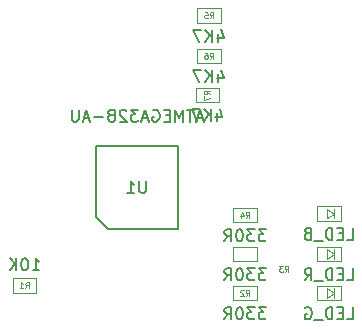
<source format=gbr>
G04 #@! TF.FileFunction,Other,Fab,Bot*
%FSLAX46Y46*%
G04 Gerber Fmt 4.6, Leading zero omitted, Abs format (unit mm)*
G04 Created by KiCad (PCBNEW 4.0.7) date Fri Feb  9 23:36:38 2018*
%MOMM*%
%LPD*%
G01*
G04 APERTURE LIST*
%ADD10C,0.150000*%
%ADD11C,0.100000*%
%ADD12C,0.075000*%
G04 APERTURE END LIST*
D10*
D11*
X121558000Y-55353000D02*
X121558000Y-56153000D01*
X121558000Y-55753000D02*
X120958000Y-55353000D01*
X120958000Y-56153000D02*
X121558000Y-55753000D01*
X120958000Y-55353000D02*
X120958000Y-56153000D01*
X122158000Y-56373000D02*
X122158000Y-55133000D01*
X120158000Y-56373000D02*
X122158000Y-56373000D01*
X120158000Y-55133000D02*
X120158000Y-56373000D01*
X122158000Y-55133000D02*
X120158000Y-55133000D01*
X121558000Y-58782000D02*
X121558000Y-59582000D01*
X121558000Y-59182000D02*
X120958000Y-58782000D01*
X120958000Y-59582000D02*
X121558000Y-59182000D01*
X120958000Y-58782000D02*
X120958000Y-59582000D01*
X122158000Y-59802000D02*
X122158000Y-58562000D01*
X120158000Y-59802000D02*
X122158000Y-59802000D01*
X120158000Y-58562000D02*
X120158000Y-59802000D01*
X122158000Y-58562000D02*
X120158000Y-58562000D01*
X121558000Y-62084000D02*
X121558000Y-62884000D01*
X121558000Y-62484000D02*
X120958000Y-62084000D01*
X120958000Y-62884000D02*
X121558000Y-62484000D01*
X120958000Y-62084000D02*
X120958000Y-62884000D01*
X122158000Y-63104000D02*
X122158000Y-61864000D01*
X120158000Y-63104000D02*
X122158000Y-63104000D01*
X120158000Y-61864000D02*
X120158000Y-63104000D01*
X122158000Y-61864000D02*
X120158000Y-61864000D01*
X94377000Y-61229000D02*
X94377000Y-62469000D01*
X96377000Y-61229000D02*
X94377000Y-61229000D01*
X96377000Y-62469000D02*
X96377000Y-61229000D01*
X94377000Y-62469000D02*
X96377000Y-62469000D01*
X115046000Y-63104000D02*
X115046000Y-61864000D01*
X113046000Y-63104000D02*
X115046000Y-63104000D01*
X113046000Y-61864000D02*
X113046000Y-63104000D01*
X115046000Y-61864000D02*
X113046000Y-61864000D01*
X115046000Y-59802000D02*
X115046000Y-58562000D01*
X113046000Y-59802000D02*
X115046000Y-59802000D01*
X113046000Y-58562000D02*
X113046000Y-59802000D01*
X115046000Y-58562000D02*
X113046000Y-58562000D01*
X115046000Y-56500000D02*
X115046000Y-55260000D01*
X113046000Y-56500000D02*
X115046000Y-56500000D01*
X113046000Y-55260000D02*
X113046000Y-56500000D01*
X115046000Y-55260000D02*
X113046000Y-55260000D01*
X111998000Y-39609000D02*
X111998000Y-38369000D01*
X109998000Y-39609000D02*
X111998000Y-39609000D01*
X109998000Y-38369000D02*
X109998000Y-39609000D01*
X111998000Y-38369000D02*
X109998000Y-38369000D01*
X111998000Y-43038000D02*
X111998000Y-41798000D01*
X109998000Y-43038000D02*
X111998000Y-43038000D01*
X109998000Y-41798000D02*
X109998000Y-43038000D01*
X111998000Y-41798000D02*
X109998000Y-41798000D01*
X111871000Y-46340000D02*
X111871000Y-45100000D01*
X109871000Y-46340000D02*
X111871000Y-46340000D01*
X109871000Y-45100000D02*
X109871000Y-46340000D01*
X111871000Y-45100000D02*
X109871000Y-45100000D01*
D10*
X102413905Y-57057000D02*
X108413905Y-57057000D01*
X108413905Y-57057000D02*
X108413905Y-50057000D01*
X108413905Y-50057000D02*
X101413905Y-50057000D01*
X101413905Y-50057000D02*
X101413905Y-56057000D01*
X101413905Y-56057000D02*
X102413905Y-57057000D01*
X122681809Y-57955381D02*
X123158000Y-57955381D01*
X123158000Y-56955381D01*
X122348476Y-57431571D02*
X122015142Y-57431571D01*
X121872285Y-57955381D02*
X122348476Y-57955381D01*
X122348476Y-56955381D01*
X121872285Y-56955381D01*
X121443714Y-57955381D02*
X121443714Y-56955381D01*
X121205619Y-56955381D01*
X121062761Y-57003000D01*
X120967523Y-57098238D01*
X120919904Y-57193476D01*
X120872285Y-57383952D01*
X120872285Y-57526810D01*
X120919904Y-57717286D01*
X120967523Y-57812524D01*
X121062761Y-57907762D01*
X121205619Y-57955381D01*
X121443714Y-57955381D01*
X120681809Y-58050619D02*
X119919904Y-58050619D01*
X119348475Y-57431571D02*
X119205618Y-57479190D01*
X119157999Y-57526810D01*
X119110380Y-57622048D01*
X119110380Y-57764905D01*
X119157999Y-57860143D01*
X119205618Y-57907762D01*
X119300856Y-57955381D01*
X119681809Y-57955381D01*
X119681809Y-56955381D01*
X119348475Y-56955381D01*
X119253237Y-57003000D01*
X119205618Y-57050619D01*
X119157999Y-57145857D01*
X119157999Y-57241095D01*
X119205618Y-57336333D01*
X119253237Y-57383952D01*
X119348475Y-57431571D01*
X119681809Y-57431571D01*
X122681809Y-61384381D02*
X123158000Y-61384381D01*
X123158000Y-60384381D01*
X122348476Y-60860571D02*
X122015142Y-60860571D01*
X121872285Y-61384381D02*
X122348476Y-61384381D01*
X122348476Y-60384381D01*
X121872285Y-60384381D01*
X121443714Y-61384381D02*
X121443714Y-60384381D01*
X121205619Y-60384381D01*
X121062761Y-60432000D01*
X120967523Y-60527238D01*
X120919904Y-60622476D01*
X120872285Y-60812952D01*
X120872285Y-60955810D01*
X120919904Y-61146286D01*
X120967523Y-61241524D01*
X121062761Y-61336762D01*
X121205619Y-61384381D01*
X121443714Y-61384381D01*
X120681809Y-61479619D02*
X119919904Y-61479619D01*
X119110380Y-61384381D02*
X119443714Y-60908190D01*
X119681809Y-61384381D02*
X119681809Y-60384381D01*
X119300856Y-60384381D01*
X119205618Y-60432000D01*
X119157999Y-60479619D01*
X119110380Y-60574857D01*
X119110380Y-60717714D01*
X119157999Y-60812952D01*
X119205618Y-60860571D01*
X119300856Y-60908190D01*
X119681809Y-60908190D01*
X122681809Y-64686381D02*
X123158000Y-64686381D01*
X123158000Y-63686381D01*
X122348476Y-64162571D02*
X122015142Y-64162571D01*
X121872285Y-64686381D02*
X122348476Y-64686381D01*
X122348476Y-63686381D01*
X121872285Y-63686381D01*
X121443714Y-64686381D02*
X121443714Y-63686381D01*
X121205619Y-63686381D01*
X121062761Y-63734000D01*
X120967523Y-63829238D01*
X120919904Y-63924476D01*
X120872285Y-64114952D01*
X120872285Y-64257810D01*
X120919904Y-64448286D01*
X120967523Y-64543524D01*
X121062761Y-64638762D01*
X121205619Y-64686381D01*
X121443714Y-64686381D01*
X120681809Y-64781619D02*
X119919904Y-64781619D01*
X119157999Y-63734000D02*
X119253237Y-63686381D01*
X119396094Y-63686381D01*
X119538952Y-63734000D01*
X119634190Y-63829238D01*
X119681809Y-63924476D01*
X119729428Y-64114952D01*
X119729428Y-64257810D01*
X119681809Y-64448286D01*
X119634190Y-64543524D01*
X119538952Y-64638762D01*
X119396094Y-64686381D01*
X119300856Y-64686381D01*
X119157999Y-64638762D01*
X119110380Y-64591143D01*
X119110380Y-64257810D01*
X119300856Y-64257810D01*
X96067476Y-60551381D02*
X96638905Y-60551381D01*
X96353191Y-60551381D02*
X96353191Y-59551381D01*
X96448429Y-59694238D01*
X96543667Y-59789476D01*
X96638905Y-59837095D01*
X95448429Y-59551381D02*
X95353190Y-59551381D01*
X95257952Y-59599000D01*
X95210333Y-59646619D01*
X95162714Y-59741857D01*
X95115095Y-59932333D01*
X95115095Y-60170429D01*
X95162714Y-60360905D01*
X95210333Y-60456143D01*
X95257952Y-60503762D01*
X95353190Y-60551381D01*
X95448429Y-60551381D01*
X95543667Y-60503762D01*
X95591286Y-60456143D01*
X95638905Y-60360905D01*
X95686524Y-60170429D01*
X95686524Y-59932333D01*
X95638905Y-59741857D01*
X95591286Y-59646619D01*
X95543667Y-59599000D01*
X95448429Y-59551381D01*
X94686524Y-60551381D02*
X94686524Y-59551381D01*
X94115095Y-60551381D02*
X94543667Y-59979952D01*
X94115095Y-59551381D02*
X94686524Y-60122810D01*
D12*
X95460333Y-62075190D02*
X95627000Y-61837095D01*
X95746047Y-62075190D02*
X95746047Y-61575190D01*
X95555571Y-61575190D01*
X95507952Y-61599000D01*
X95484143Y-61622810D01*
X95460333Y-61670429D01*
X95460333Y-61741857D01*
X95484143Y-61789476D01*
X95507952Y-61813286D01*
X95555571Y-61837095D01*
X95746047Y-61837095D01*
X94984143Y-62075190D02*
X95269857Y-62075190D01*
X95127000Y-62075190D02*
X95127000Y-61575190D01*
X95174619Y-61646619D01*
X95222238Y-61694238D01*
X95269857Y-61718048D01*
D10*
X115831714Y-63686381D02*
X115212666Y-63686381D01*
X115546000Y-64067333D01*
X115403142Y-64067333D01*
X115307904Y-64114952D01*
X115260285Y-64162571D01*
X115212666Y-64257810D01*
X115212666Y-64495905D01*
X115260285Y-64591143D01*
X115307904Y-64638762D01*
X115403142Y-64686381D01*
X115688857Y-64686381D01*
X115784095Y-64638762D01*
X115831714Y-64591143D01*
X114879333Y-63686381D02*
X114260285Y-63686381D01*
X114593619Y-64067333D01*
X114450761Y-64067333D01*
X114355523Y-64114952D01*
X114307904Y-64162571D01*
X114260285Y-64257810D01*
X114260285Y-64495905D01*
X114307904Y-64591143D01*
X114355523Y-64638762D01*
X114450761Y-64686381D01*
X114736476Y-64686381D01*
X114831714Y-64638762D01*
X114879333Y-64591143D01*
X113641238Y-63686381D02*
X113545999Y-63686381D01*
X113450761Y-63734000D01*
X113403142Y-63781619D01*
X113355523Y-63876857D01*
X113307904Y-64067333D01*
X113307904Y-64305429D01*
X113355523Y-64495905D01*
X113403142Y-64591143D01*
X113450761Y-64638762D01*
X113545999Y-64686381D01*
X113641238Y-64686381D01*
X113736476Y-64638762D01*
X113784095Y-64591143D01*
X113831714Y-64495905D01*
X113879333Y-64305429D01*
X113879333Y-64067333D01*
X113831714Y-63876857D01*
X113784095Y-63781619D01*
X113736476Y-63734000D01*
X113641238Y-63686381D01*
X112307904Y-64686381D02*
X112641238Y-64210190D01*
X112879333Y-64686381D02*
X112879333Y-63686381D01*
X112498380Y-63686381D01*
X112403142Y-63734000D01*
X112355523Y-63781619D01*
X112307904Y-63876857D01*
X112307904Y-64019714D01*
X112355523Y-64114952D01*
X112403142Y-64162571D01*
X112498380Y-64210190D01*
X112879333Y-64210190D01*
D12*
X114129333Y-62710190D02*
X114296000Y-62472095D01*
X114415047Y-62710190D02*
X114415047Y-62210190D01*
X114224571Y-62210190D01*
X114176952Y-62234000D01*
X114153143Y-62257810D01*
X114129333Y-62305429D01*
X114129333Y-62376857D01*
X114153143Y-62424476D01*
X114176952Y-62448286D01*
X114224571Y-62472095D01*
X114415047Y-62472095D01*
X113938857Y-62257810D02*
X113915047Y-62234000D01*
X113867428Y-62210190D01*
X113748381Y-62210190D01*
X113700762Y-62234000D01*
X113676952Y-62257810D01*
X113653143Y-62305429D01*
X113653143Y-62353048D01*
X113676952Y-62424476D01*
X113962666Y-62710190D01*
X113653143Y-62710190D01*
D10*
X115831714Y-60384381D02*
X115212666Y-60384381D01*
X115546000Y-60765333D01*
X115403142Y-60765333D01*
X115307904Y-60812952D01*
X115260285Y-60860571D01*
X115212666Y-60955810D01*
X115212666Y-61193905D01*
X115260285Y-61289143D01*
X115307904Y-61336762D01*
X115403142Y-61384381D01*
X115688857Y-61384381D01*
X115784095Y-61336762D01*
X115831714Y-61289143D01*
X114879333Y-60384381D02*
X114260285Y-60384381D01*
X114593619Y-60765333D01*
X114450761Y-60765333D01*
X114355523Y-60812952D01*
X114307904Y-60860571D01*
X114260285Y-60955810D01*
X114260285Y-61193905D01*
X114307904Y-61289143D01*
X114355523Y-61336762D01*
X114450761Y-61384381D01*
X114736476Y-61384381D01*
X114831714Y-61336762D01*
X114879333Y-61289143D01*
X113641238Y-60384381D02*
X113545999Y-60384381D01*
X113450761Y-60432000D01*
X113403142Y-60479619D01*
X113355523Y-60574857D01*
X113307904Y-60765333D01*
X113307904Y-61003429D01*
X113355523Y-61193905D01*
X113403142Y-61289143D01*
X113450761Y-61336762D01*
X113545999Y-61384381D01*
X113641238Y-61384381D01*
X113736476Y-61336762D01*
X113784095Y-61289143D01*
X113831714Y-61193905D01*
X113879333Y-61003429D01*
X113879333Y-60765333D01*
X113831714Y-60574857D01*
X113784095Y-60479619D01*
X113736476Y-60432000D01*
X113641238Y-60384381D01*
X112307904Y-61384381D02*
X112641238Y-60908190D01*
X112879333Y-61384381D02*
X112879333Y-60384381D01*
X112498380Y-60384381D01*
X112403142Y-60432000D01*
X112355523Y-60479619D01*
X112307904Y-60574857D01*
X112307904Y-60717714D01*
X112355523Y-60812952D01*
X112403142Y-60860571D01*
X112498380Y-60908190D01*
X112879333Y-60908190D01*
D12*
X117431333Y-60678190D02*
X117598000Y-60440095D01*
X117717047Y-60678190D02*
X117717047Y-60178190D01*
X117526571Y-60178190D01*
X117478952Y-60202000D01*
X117455143Y-60225810D01*
X117431333Y-60273429D01*
X117431333Y-60344857D01*
X117455143Y-60392476D01*
X117478952Y-60416286D01*
X117526571Y-60440095D01*
X117717047Y-60440095D01*
X117264666Y-60178190D02*
X116955143Y-60178190D01*
X117121809Y-60368667D01*
X117050381Y-60368667D01*
X117002762Y-60392476D01*
X116978952Y-60416286D01*
X116955143Y-60463905D01*
X116955143Y-60582952D01*
X116978952Y-60630571D01*
X117002762Y-60654381D01*
X117050381Y-60678190D01*
X117193238Y-60678190D01*
X117240857Y-60654381D01*
X117264666Y-60630571D01*
D10*
X115831714Y-57082381D02*
X115212666Y-57082381D01*
X115546000Y-57463333D01*
X115403142Y-57463333D01*
X115307904Y-57510952D01*
X115260285Y-57558571D01*
X115212666Y-57653810D01*
X115212666Y-57891905D01*
X115260285Y-57987143D01*
X115307904Y-58034762D01*
X115403142Y-58082381D01*
X115688857Y-58082381D01*
X115784095Y-58034762D01*
X115831714Y-57987143D01*
X114879333Y-57082381D02*
X114260285Y-57082381D01*
X114593619Y-57463333D01*
X114450761Y-57463333D01*
X114355523Y-57510952D01*
X114307904Y-57558571D01*
X114260285Y-57653810D01*
X114260285Y-57891905D01*
X114307904Y-57987143D01*
X114355523Y-58034762D01*
X114450761Y-58082381D01*
X114736476Y-58082381D01*
X114831714Y-58034762D01*
X114879333Y-57987143D01*
X113641238Y-57082381D02*
X113545999Y-57082381D01*
X113450761Y-57130000D01*
X113403142Y-57177619D01*
X113355523Y-57272857D01*
X113307904Y-57463333D01*
X113307904Y-57701429D01*
X113355523Y-57891905D01*
X113403142Y-57987143D01*
X113450761Y-58034762D01*
X113545999Y-58082381D01*
X113641238Y-58082381D01*
X113736476Y-58034762D01*
X113784095Y-57987143D01*
X113831714Y-57891905D01*
X113879333Y-57701429D01*
X113879333Y-57463333D01*
X113831714Y-57272857D01*
X113784095Y-57177619D01*
X113736476Y-57130000D01*
X113641238Y-57082381D01*
X112307904Y-58082381D02*
X112641238Y-57606190D01*
X112879333Y-58082381D02*
X112879333Y-57082381D01*
X112498380Y-57082381D01*
X112403142Y-57130000D01*
X112355523Y-57177619D01*
X112307904Y-57272857D01*
X112307904Y-57415714D01*
X112355523Y-57510952D01*
X112403142Y-57558571D01*
X112498380Y-57606190D01*
X112879333Y-57606190D01*
D12*
X114129333Y-56106190D02*
X114296000Y-55868095D01*
X114415047Y-56106190D02*
X114415047Y-55606190D01*
X114224571Y-55606190D01*
X114176952Y-55630000D01*
X114153143Y-55653810D01*
X114129333Y-55701429D01*
X114129333Y-55772857D01*
X114153143Y-55820476D01*
X114176952Y-55844286D01*
X114224571Y-55868095D01*
X114415047Y-55868095D01*
X113700762Y-55772857D02*
X113700762Y-56106190D01*
X113819809Y-55582381D02*
X113938857Y-55939524D01*
X113629333Y-55939524D01*
D10*
X111783714Y-40524714D02*
X111783714Y-41191381D01*
X112021810Y-40143762D02*
X112259905Y-40858048D01*
X111640857Y-40858048D01*
X111259905Y-41191381D02*
X111259905Y-40191381D01*
X110688476Y-41191381D02*
X111117048Y-40619952D01*
X110688476Y-40191381D02*
X111259905Y-40762810D01*
X110355143Y-40191381D02*
X109688476Y-40191381D01*
X110117048Y-41191381D01*
D12*
X111081333Y-39215190D02*
X111248000Y-38977095D01*
X111367047Y-39215190D02*
X111367047Y-38715190D01*
X111176571Y-38715190D01*
X111128952Y-38739000D01*
X111105143Y-38762810D01*
X111081333Y-38810429D01*
X111081333Y-38881857D01*
X111105143Y-38929476D01*
X111128952Y-38953286D01*
X111176571Y-38977095D01*
X111367047Y-38977095D01*
X110628952Y-38715190D02*
X110867047Y-38715190D01*
X110890857Y-38953286D01*
X110867047Y-38929476D01*
X110819428Y-38905667D01*
X110700381Y-38905667D01*
X110652762Y-38929476D01*
X110628952Y-38953286D01*
X110605143Y-39000905D01*
X110605143Y-39119952D01*
X110628952Y-39167571D01*
X110652762Y-39191381D01*
X110700381Y-39215190D01*
X110819428Y-39215190D01*
X110867047Y-39191381D01*
X110890857Y-39167571D01*
D10*
X111783714Y-43953714D02*
X111783714Y-44620381D01*
X112021810Y-43572762D02*
X112259905Y-44287048D01*
X111640857Y-44287048D01*
X111259905Y-44620381D02*
X111259905Y-43620381D01*
X110688476Y-44620381D02*
X111117048Y-44048952D01*
X110688476Y-43620381D02*
X111259905Y-44191810D01*
X110355143Y-43620381D02*
X109688476Y-43620381D01*
X110117048Y-44620381D01*
D12*
X111081333Y-42644190D02*
X111248000Y-42406095D01*
X111367047Y-42644190D02*
X111367047Y-42144190D01*
X111176571Y-42144190D01*
X111128952Y-42168000D01*
X111105143Y-42191810D01*
X111081333Y-42239429D01*
X111081333Y-42310857D01*
X111105143Y-42358476D01*
X111128952Y-42382286D01*
X111176571Y-42406095D01*
X111367047Y-42406095D01*
X110652762Y-42144190D02*
X110748000Y-42144190D01*
X110795619Y-42168000D01*
X110819428Y-42191810D01*
X110867047Y-42263238D01*
X110890857Y-42358476D01*
X110890857Y-42548952D01*
X110867047Y-42596571D01*
X110843238Y-42620381D01*
X110795619Y-42644190D01*
X110700381Y-42644190D01*
X110652762Y-42620381D01*
X110628952Y-42596571D01*
X110605143Y-42548952D01*
X110605143Y-42429905D01*
X110628952Y-42382286D01*
X110652762Y-42358476D01*
X110700381Y-42334667D01*
X110795619Y-42334667D01*
X110843238Y-42358476D01*
X110867047Y-42382286D01*
X110890857Y-42429905D01*
D10*
X111656714Y-47255714D02*
X111656714Y-47922381D01*
X111894810Y-46874762D02*
X112132905Y-47589048D01*
X111513857Y-47589048D01*
X111132905Y-47922381D02*
X111132905Y-46922381D01*
X110561476Y-47922381D02*
X110990048Y-47350952D01*
X110561476Y-46922381D02*
X111132905Y-47493810D01*
X110228143Y-46922381D02*
X109561476Y-46922381D01*
X109990048Y-47922381D01*
D12*
X111097190Y-45636667D02*
X110859095Y-45470000D01*
X111097190Y-45350953D02*
X110597190Y-45350953D01*
X110597190Y-45541429D01*
X110621000Y-45589048D01*
X110644810Y-45612857D01*
X110692429Y-45636667D01*
X110763857Y-45636667D01*
X110811476Y-45612857D01*
X110835286Y-45589048D01*
X110859095Y-45541429D01*
X110859095Y-45350953D01*
X110597190Y-45803334D02*
X110597190Y-46136667D01*
X111097190Y-45922381D01*
D10*
X110485334Y-47673667D02*
X110009143Y-47673667D01*
X110580572Y-47959381D02*
X110247239Y-46959381D01*
X109913905Y-47959381D01*
X109723429Y-46959381D02*
X109152000Y-46959381D01*
X109437715Y-47959381D02*
X109437715Y-46959381D01*
X108818667Y-47959381D02*
X108818667Y-46959381D01*
X108485333Y-47673667D01*
X108152000Y-46959381D01*
X108152000Y-47959381D01*
X107675810Y-47435571D02*
X107342476Y-47435571D01*
X107199619Y-47959381D02*
X107675810Y-47959381D01*
X107675810Y-46959381D01*
X107199619Y-46959381D01*
X106247238Y-47007000D02*
X106342476Y-46959381D01*
X106485333Y-46959381D01*
X106628191Y-47007000D01*
X106723429Y-47102238D01*
X106771048Y-47197476D01*
X106818667Y-47387952D01*
X106818667Y-47530810D01*
X106771048Y-47721286D01*
X106723429Y-47816524D01*
X106628191Y-47911762D01*
X106485333Y-47959381D01*
X106390095Y-47959381D01*
X106247238Y-47911762D01*
X106199619Y-47864143D01*
X106199619Y-47530810D01*
X106390095Y-47530810D01*
X105818667Y-47673667D02*
X105342476Y-47673667D01*
X105913905Y-47959381D02*
X105580572Y-46959381D01*
X105247238Y-47959381D01*
X105009143Y-46959381D02*
X104390095Y-46959381D01*
X104723429Y-47340333D01*
X104580571Y-47340333D01*
X104485333Y-47387952D01*
X104437714Y-47435571D01*
X104390095Y-47530810D01*
X104390095Y-47768905D01*
X104437714Y-47864143D01*
X104485333Y-47911762D01*
X104580571Y-47959381D01*
X104866286Y-47959381D01*
X104961524Y-47911762D01*
X105009143Y-47864143D01*
X104009143Y-47054619D02*
X103961524Y-47007000D01*
X103866286Y-46959381D01*
X103628190Y-46959381D01*
X103532952Y-47007000D01*
X103485333Y-47054619D01*
X103437714Y-47149857D01*
X103437714Y-47245095D01*
X103485333Y-47387952D01*
X104056762Y-47959381D01*
X103437714Y-47959381D01*
X102866286Y-47387952D02*
X102961524Y-47340333D01*
X103009143Y-47292714D01*
X103056762Y-47197476D01*
X103056762Y-47149857D01*
X103009143Y-47054619D01*
X102961524Y-47007000D01*
X102866286Y-46959381D01*
X102675809Y-46959381D01*
X102580571Y-47007000D01*
X102532952Y-47054619D01*
X102485333Y-47149857D01*
X102485333Y-47197476D01*
X102532952Y-47292714D01*
X102580571Y-47340333D01*
X102675809Y-47387952D01*
X102866286Y-47387952D01*
X102961524Y-47435571D01*
X103009143Y-47483190D01*
X103056762Y-47578429D01*
X103056762Y-47768905D01*
X103009143Y-47864143D01*
X102961524Y-47911762D01*
X102866286Y-47959381D01*
X102675809Y-47959381D01*
X102580571Y-47911762D01*
X102532952Y-47864143D01*
X102485333Y-47768905D01*
X102485333Y-47578429D01*
X102532952Y-47483190D01*
X102580571Y-47435571D01*
X102675809Y-47387952D01*
X102056762Y-47578429D02*
X101294857Y-47578429D01*
X100866286Y-47673667D02*
X100390095Y-47673667D01*
X100961524Y-47959381D02*
X100628191Y-46959381D01*
X100294857Y-47959381D01*
X99961524Y-46959381D02*
X99961524Y-47768905D01*
X99913905Y-47864143D01*
X99866286Y-47911762D01*
X99771048Y-47959381D01*
X99580571Y-47959381D01*
X99485333Y-47911762D01*
X99437714Y-47864143D01*
X99390095Y-47768905D01*
X99390095Y-46959381D01*
X105675810Y-53009381D02*
X105675810Y-53818905D01*
X105628191Y-53914143D01*
X105580572Y-53961762D01*
X105485334Y-54009381D01*
X105294857Y-54009381D01*
X105199619Y-53961762D01*
X105152000Y-53914143D01*
X105104381Y-53818905D01*
X105104381Y-53009381D01*
X104104381Y-54009381D02*
X104675810Y-54009381D01*
X104390096Y-54009381D02*
X104390096Y-53009381D01*
X104485334Y-53152238D01*
X104580572Y-53247476D01*
X104675810Y-53295095D01*
M02*

</source>
